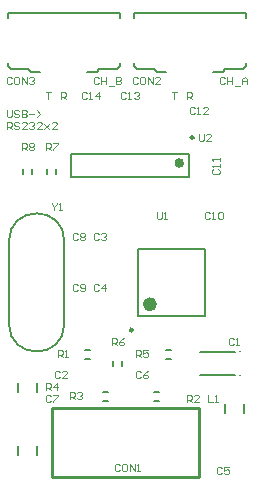
<source format=gto>
%FSLAX44Y44*%
%MOMM*%
G71*
G01*
G75*
%ADD10C,0.2540*%
%ADD11C,0.3810*%
%ADD12C,0.5080*%
%ADD13R,0.9000X1.0000*%
%ADD14R,2.1000X3.0000*%
%ADD15R,0.8000X1.7000*%
%ADD16O,0.8000X1.7000*%
%ADD17R,1.0000X0.9000*%
%ADD18R,1.0000X1.0000*%
%ADD19O,0.6000X1.9000*%
%ADD20R,1.0000X1.0000*%
%ADD21R,1.8000X1.3000*%
%ADD22O,1.5500X0.2500*%
%ADD23O,0.2500X1.5500*%
%ADD24R,2.0000X1.2000*%
%ADD25C,0.7620*%
%ADD26C,1.2700*%
%ADD27C,0.8890*%
%ADD28C,1.6000*%
%ADD29O,1.4000X3.8000*%
%ADD30O,1.5240X2.0320*%
%ADD31C,1.5000*%
%ADD32C,0.7000*%
%ADD33C,1.2000*%
%ADD34C,0.4000*%
%ADD35C,0.2500*%
%ADD36C,0.2000*%
%ADD37C,0.6000*%
%ADD38C,0.1016*%
D10*
X43561Y3048D02*
Y60960D01*
X168021D01*
Y3048D02*
Y60960D01*
X43561Y3048D02*
X168021D01*
D34*
X153220Y268700D02*
G03*
X153220Y268700I-2000J0D01*
G01*
D35*
X163420Y290200D02*
G03*
X163420Y290200I-1250J0D01*
G01*
X111780Y127390D02*
G03*
X111780Y127390I-1250J0D01*
G01*
D36*
X6980Y132640D02*
G03*
X53980Y132640I23500J0D01*
G01*
Y202640D02*
G03*
X6980Y202640I-23500J0D01*
G01*
X202520Y109060D02*
G03*
X202520Y109060I-100J0D01*
G01*
Y89060D02*
G03*
X202520Y89060I-100J0D01*
G01*
X130080Y67120D02*
X134080D01*
X130080Y75120D02*
X134080D01*
X86900Y67120D02*
X90900D01*
X86900Y75120D02*
X90900D01*
X5840Y391640D02*
Y395890D01*
X100840D01*
Y391640D02*
Y395890D01*
Y350640D02*
Y353640D01*
X98153Y347952D02*
X100840Y350640D01*
X83527Y347952D02*
X98153D01*
X81215Y345640D02*
X83527Y347952D01*
X5840Y350640D02*
Y353640D01*
Y350640D02*
X8340Y348140D01*
X23340D01*
X25840Y345640D01*
X73340D02*
X81215D01*
X25840D02*
X33340D01*
X47180Y259620D02*
Y263620D01*
X39180Y259620D02*
Y263620D01*
X59220Y256700D02*
Y276700D01*
X159220Y256700D02*
Y276700D01*
X59220Y256700D02*
X159220D01*
X59220Y276700D02*
X159220D01*
X26860Y259620D02*
Y263620D01*
X18860Y259620D02*
Y263620D01*
X103060Y97060D02*
Y101060D01*
X95060Y97060D02*
Y101060D01*
X30860Y74740D02*
Y82740D01*
X14860Y74740D02*
Y82740D01*
X6980Y132640D02*
Y202640D01*
X53980Y132640D02*
Y202640D01*
X140240Y110680D02*
X144240D01*
X140240Y102680D02*
X144240D01*
X30860Y21400D02*
Y29400D01*
X14860Y21400D02*
Y29400D01*
X112520Y391640D02*
Y395890D01*
X207520D01*
Y391640D02*
Y395890D01*
Y350640D02*
Y353640D01*
X204832Y347952D02*
X207520Y350640D01*
X190208Y347952D02*
X204832D01*
X187895Y345640D02*
X190208Y347952D01*
X112520Y350640D02*
Y353640D01*
Y350640D02*
X115020Y348140D01*
X130020D01*
X132520Y345640D01*
X180020D02*
X187895D01*
X132520D02*
X140020D01*
X173280Y139140D02*
Y196140D01*
X116280Y139140D02*
Y196140D01*
X173280D01*
X116280Y139140D02*
X173280D01*
X168420Y109060D02*
X198420D01*
X168420Y89060D02*
X198420D01*
X71660Y102680D02*
X75660D01*
X71660Y110680D02*
X75660D01*
X206120Y56960D02*
Y64960D01*
X190120Y56960D02*
Y64960D01*
D37*
X129280Y149140D02*
G03*
X129280Y149140I-3000J0D01*
G01*
D38*
X43180Y234948D02*
Y233890D01*
X45296Y231774D01*
X47412Y233890D01*
Y234948D01*
X45296Y231774D02*
Y228600D01*
X49528D02*
X51644D01*
X50586D01*
Y234948D01*
X49528Y233890D01*
X167640Y293368D02*
Y288078D01*
X168698Y287020D01*
X170814D01*
X171872Y288078D01*
Y293368D01*
X178220Y287020D02*
X173988D01*
X178220Y291252D01*
Y292310D01*
X177162Y293368D01*
X175046D01*
X173988Y292310D01*
X132080Y227328D02*
Y222038D01*
X133138Y220980D01*
X135254D01*
X136312Y222038D01*
Y227328D01*
X138428Y220980D02*
X140544D01*
X139486D01*
Y227328D01*
X138428Y226270D01*
X17780Y279400D02*
Y285748D01*
X20954D01*
X22012Y284690D01*
Y282574D01*
X20954Y281516D01*
X17780D01*
X19896D02*
X22012Y279400D01*
X24128Y284690D02*
X25186Y285748D01*
X27302D01*
X28360Y284690D01*
Y283632D01*
X27302Y282574D01*
X28360Y281516D01*
Y280458D01*
X27302Y279400D01*
X25186D01*
X24128Y280458D01*
Y281516D01*
X25186Y282574D01*
X24128Y283632D01*
Y284690D01*
X25186Y282574D02*
X27302D01*
X38100Y279400D02*
Y285748D01*
X41274D01*
X42332Y284690D01*
Y282574D01*
X41274Y281516D01*
X38100D01*
X40216D02*
X42332Y279400D01*
X44448Y285748D02*
X48680D01*
Y284690D01*
X44448Y280458D01*
Y279400D01*
X93980Y114300D02*
Y120648D01*
X97154D01*
X98212Y119590D01*
Y117474D01*
X97154Y116416D01*
X93980D01*
X96096D02*
X98212Y114300D01*
X104560Y120648D02*
X102444Y119590D01*
X100328Y117474D01*
Y115358D01*
X101386Y114300D01*
X103502D01*
X104560Y115358D01*
Y116416D01*
X103502Y117474D01*
X100328D01*
X114300Y104140D02*
Y110488D01*
X117474D01*
X118532Y109430D01*
Y107314D01*
X117474Y106256D01*
X114300D01*
X116416D02*
X118532Y104140D01*
X124880Y110488D02*
X120648D01*
Y107314D01*
X122764Y108372D01*
X123822D01*
X124880Y107314D01*
Y105198D01*
X123822Y104140D01*
X121706D01*
X120648Y105198D01*
X38100Y76200D02*
Y82548D01*
X41274D01*
X42332Y81490D01*
Y79374D01*
X41274Y78316D01*
X38100D01*
X40216D02*
X42332Y76200D01*
X47622D02*
Y82548D01*
X44448Y79374D01*
X48680D01*
X58420Y68580D02*
Y74928D01*
X61594D01*
X62652Y73870D01*
Y71754D01*
X61594Y70696D01*
X58420D01*
X60536D02*
X62652Y68580D01*
X64768Y73870D02*
X65826Y74928D01*
X67942D01*
X69000Y73870D01*
Y72812D01*
X67942Y71754D01*
X66884D01*
X67942D01*
X69000Y70696D01*
Y69638D01*
X67942Y68580D01*
X65826D01*
X64768Y69638D01*
X157480Y66040D02*
Y72388D01*
X160654D01*
X161712Y71330D01*
Y69214D01*
X160654Y68156D01*
X157480D01*
X159596D02*
X161712Y66040D01*
X168060D02*
X163828D01*
X168060Y70272D01*
Y71330D01*
X167002Y72388D01*
X164886D01*
X163828Y71330D01*
X48260Y104140D02*
Y110488D01*
X51434D01*
X52492Y109430D01*
Y107314D01*
X51434Y106256D01*
X48260D01*
X50376D02*
X52492Y104140D01*
X54608D02*
X56724D01*
X55666D01*
Y110488D01*
X54608Y109430D01*
X175260Y72388D02*
Y66040D01*
X179492D01*
X181608D02*
X183724D01*
X182666D01*
Y72388D01*
X181608Y71330D01*
X9312Y340570D02*
X8254Y341628D01*
X6138D01*
X5080Y340570D01*
Y336338D01*
X6138Y335280D01*
X8254D01*
X9312Y336338D01*
X14602Y341628D02*
X12486D01*
X11428Y340570D01*
Y336338D01*
X12486Y335280D01*
X14602D01*
X15660Y336338D01*
Y340570D01*
X14602Y341628D01*
X17776Y335280D02*
Y341628D01*
X22008Y335280D01*
Y341628D01*
X24124Y340570D02*
X25182Y341628D01*
X27298D01*
X28356Y340570D01*
Y339512D01*
X27298Y338454D01*
X26240D01*
X27298D01*
X28356Y337396D01*
Y336338D01*
X27298Y335280D01*
X25182D01*
X24124Y336338D01*
X115992Y340570D02*
X114934Y341628D01*
X112818D01*
X111760Y340570D01*
Y336338D01*
X112818Y335280D01*
X114934D01*
X115992Y336338D01*
X121282Y341628D02*
X119166D01*
X118108Y340570D01*
Y336338D01*
X119166Y335280D01*
X121282D01*
X122340Y336338D01*
Y340570D01*
X121282Y341628D01*
X124456Y335280D02*
Y341628D01*
X128688Y335280D01*
Y341628D01*
X135036Y335280D02*
X130804D01*
X135036Y339512D01*
Y340570D01*
X133978Y341628D01*
X131862D01*
X130804Y340570D01*
X100752Y12910D02*
X99694Y13968D01*
X97578D01*
X96520Y12910D01*
Y8678D01*
X97578Y7620D01*
X99694D01*
X100752Y8678D01*
X106042Y13968D02*
X103926D01*
X102868Y12910D01*
Y8678D01*
X103926Y7620D01*
X106042D01*
X107100Y8678D01*
Y12910D01*
X106042Y13968D01*
X109216Y7620D02*
Y13968D01*
X113448Y7620D01*
Y13968D01*
X115564Y7620D02*
X117680D01*
X116622D01*
Y13968D01*
X115564Y12910D01*
X72812Y327870D02*
X71754Y328928D01*
X69638D01*
X68580Y327870D01*
Y323638D01*
X69638Y322580D01*
X71754D01*
X72812Y323638D01*
X74928Y322580D02*
X77044D01*
X75986D01*
Y328928D01*
X74928Y327870D01*
X83392Y322580D02*
Y328928D01*
X80218Y325754D01*
X84450D01*
X105832Y327870D02*
X104774Y328928D01*
X102658D01*
X101600Y327870D01*
Y323638D01*
X102658Y322580D01*
X104774D01*
X105832Y323638D01*
X107948Y322580D02*
X110064D01*
X109006D01*
Y328928D01*
X107948Y327870D01*
X113238D02*
X114296Y328928D01*
X116412D01*
X117470Y327870D01*
Y326812D01*
X116412Y325754D01*
X115354D01*
X116412D01*
X117470Y324696D01*
Y323638D01*
X116412Y322580D01*
X114296D01*
X113238Y323638D01*
X164252Y315170D02*
X163194Y316228D01*
X161078D01*
X160020Y315170D01*
Y310938D01*
X161078Y309880D01*
X163194D01*
X164252Y310938D01*
X166368Y309880D02*
X168484D01*
X167426D01*
Y316228D01*
X166368Y315170D01*
X175890Y309880D02*
X171658D01*
X175890Y314112D01*
Y315170D01*
X174832Y316228D01*
X172716D01*
X171658Y315170D01*
X180130Y263312D02*
X179072Y262254D01*
Y260138D01*
X180130Y259080D01*
X184362D01*
X185420Y260138D01*
Y262254D01*
X184362Y263312D01*
X185420Y265428D02*
Y267544D01*
Y266486D01*
X179072D01*
X180130Y265428D01*
X185420Y270718D02*
Y272834D01*
Y271776D01*
X179072D01*
X180130Y270718D01*
X176952Y226270D02*
X175894Y227328D01*
X173778D01*
X172720Y226270D01*
Y222038D01*
X173778Y220980D01*
X175894D01*
X176952Y222038D01*
X179068Y220980D02*
X181184D01*
X180126D01*
Y227328D01*
X179068Y226270D01*
X184358D02*
X185416Y227328D01*
X187532D01*
X188590Y226270D01*
Y222038D01*
X187532Y220980D01*
X185416D01*
X184358Y222038D01*
Y226270D01*
X65192Y165310D02*
X64134Y166368D01*
X62018D01*
X60960Y165310D01*
Y161078D01*
X62018Y160020D01*
X64134D01*
X65192Y161078D01*
X67308D02*
X68366Y160020D01*
X70482D01*
X71540Y161078D01*
Y165310D01*
X70482Y166368D01*
X68366D01*
X67308Y165310D01*
Y164252D01*
X68366Y163194D01*
X71540D01*
X65192Y208490D02*
X64134Y209548D01*
X62018D01*
X60960Y208490D01*
Y204258D01*
X62018Y203200D01*
X64134D01*
X65192Y204258D01*
X67308Y208490D02*
X68366Y209548D01*
X70482D01*
X71540Y208490D01*
Y207432D01*
X70482Y206374D01*
X71540Y205316D01*
Y204258D01*
X70482Y203200D01*
X68366D01*
X67308Y204258D01*
Y205316D01*
X68366Y206374D01*
X67308Y207432D01*
Y208490D01*
X68366Y206374D02*
X70482D01*
X42332Y71330D02*
X41274Y72388D01*
X39158D01*
X38100Y71330D01*
Y67098D01*
X39158Y66040D01*
X41274D01*
X42332Y67098D01*
X44448Y72388D02*
X48680D01*
Y71330D01*
X44448Y67098D01*
Y66040D01*
X118532Y91650D02*
X117474Y92708D01*
X115358D01*
X114300Y91650D01*
Y87418D01*
X115358Y86360D01*
X117474D01*
X118532Y87418D01*
X124880Y92708D02*
X122764Y91650D01*
X120648Y89534D01*
Y87418D01*
X121706Y86360D01*
X123822D01*
X124880Y87418D01*
Y88476D01*
X123822Y89534D01*
X120648D01*
X187112Y10370D02*
X186054Y11428D01*
X183938D01*
X182880Y10370D01*
Y6138D01*
X183938Y5080D01*
X186054D01*
X187112Y6138D01*
X193460Y11428D02*
X189228D01*
Y8254D01*
X191344Y9312D01*
X192402D01*
X193460Y8254D01*
Y6138D01*
X192402Y5080D01*
X190286D01*
X189228Y6138D01*
X82972Y165310D02*
X81914Y166368D01*
X79798D01*
X78740Y165310D01*
Y161078D01*
X79798Y160020D01*
X81914D01*
X82972Y161078D01*
X88262Y160020D02*
Y166368D01*
X85088Y163194D01*
X89320D01*
X82972Y208490D02*
X81914Y209548D01*
X79798D01*
X78740Y208490D01*
Y204258D01*
X79798Y203200D01*
X81914D01*
X82972Y204258D01*
X85088Y208490D02*
X86146Y209548D01*
X88262D01*
X89320Y208490D01*
Y207432D01*
X88262Y206374D01*
X87204D01*
X88262D01*
X89320Y205316D01*
Y204258D01*
X88262Y203200D01*
X86146D01*
X85088Y204258D01*
X49952Y91650D02*
X48894Y92708D01*
X46778D01*
X45720Y91650D01*
Y87418D01*
X46778Y86360D01*
X48894D01*
X49952Y87418D01*
X56300Y86360D02*
X52068D01*
X56300Y90592D01*
Y91650D01*
X55242Y92708D01*
X53126D01*
X52068Y91650D01*
X197272Y119590D02*
X196214Y120648D01*
X194098D01*
X193040Y119590D01*
Y115358D01*
X194098Y114300D01*
X196214D01*
X197272Y115358D01*
X199388Y114300D02*
X201504D01*
X200446D01*
Y120648D01*
X199388Y119590D01*
X189652Y340570D02*
X188594Y341628D01*
X186478D01*
X185420Y340570D01*
Y336338D01*
X186478Y335280D01*
X188594D01*
X189652Y336338D01*
X191768Y341628D02*
Y335280D01*
Y338454D01*
X196000D01*
Y341628D01*
Y335280D01*
X198116Y334222D02*
X202348D01*
X204464Y335280D02*
Y339512D01*
X206580Y341628D01*
X208696Y339512D01*
Y335280D01*
Y338454D01*
X204464D01*
X82972Y340570D02*
X81914Y341628D01*
X79798D01*
X78740Y340570D01*
Y336338D01*
X79798Y335280D01*
X81914D01*
X82972Y336338D01*
X85088Y341628D02*
Y335280D01*
Y338454D01*
X89320D01*
Y341628D01*
Y335280D01*
X91436Y334222D02*
X95668D01*
X97784Y341628D02*
Y335280D01*
X100958D01*
X102016Y336338D01*
Y337396D01*
X100958Y338454D01*
X97784D01*
X100958D01*
X102016Y339512D01*
Y340570D01*
X100958Y341628D01*
X97784D01*
X5080Y297180D02*
Y303528D01*
X8254D01*
X9312Y302470D01*
Y300354D01*
X8254Y299296D01*
X5080D01*
X7196D02*
X9312Y297180D01*
X15660Y302470D02*
X14602Y303528D01*
X12486D01*
X11428Y302470D01*
Y301412D01*
X12486Y300354D01*
X14602D01*
X15660Y299296D01*
Y298238D01*
X14602Y297180D01*
X12486D01*
X11428Y298238D01*
X22008Y297180D02*
X17776D01*
X22008Y301412D01*
Y302470D01*
X20950Y303528D01*
X18834D01*
X17776Y302470D01*
X24124D02*
X25182Y303528D01*
X27298D01*
X28356Y302470D01*
Y301412D01*
X27298Y300354D01*
X26240D01*
X27298D01*
X28356Y299296D01*
Y298238D01*
X27298Y297180D01*
X25182D01*
X24124Y298238D01*
X34704Y297180D02*
X30472D01*
X34704Y301412D01*
Y302470D01*
X33646Y303528D01*
X31530D01*
X30472Y302470D01*
X36820Y301412D02*
X41052Y297180D01*
X38936Y299296D01*
X41052Y301412D01*
X36820Y297180D01*
X47400D02*
X43168D01*
X47400Y301412D01*
Y302470D01*
X46342Y303528D01*
X44226D01*
X43168Y302470D01*
X5080Y313688D02*
Y308398D01*
X6138Y307340D01*
X8254D01*
X9312Y308398D01*
Y313688D01*
X15660Y312630D02*
X14602Y313688D01*
X12486D01*
X11428Y312630D01*
Y311572D01*
X12486Y310514D01*
X14602D01*
X15660Y309456D01*
Y308398D01*
X14602Y307340D01*
X12486D01*
X11428Y308398D01*
X17776Y313688D02*
Y307340D01*
X20950D01*
X22008Y308398D01*
Y309456D01*
X20950Y310514D01*
X17776D01*
X20950D01*
X22008Y311572D01*
Y312630D01*
X20950Y313688D01*
X17776D01*
X24124Y310514D02*
X28356D01*
X30472Y307340D02*
X33646Y310514D01*
X30472Y313688D01*
X144780Y328928D02*
X149012D01*
X146896D01*
Y322580D01*
X157480D02*
Y328928D01*
X160654D01*
X161712Y327870D01*
Y325754D01*
X160654Y324696D01*
X157480D01*
X159596D02*
X161712Y322580D01*
X50800D02*
Y328928D01*
X53974D01*
X55032Y327870D01*
Y325754D01*
X53974Y324696D01*
X50800D01*
X52916D02*
X55032Y322580D01*
X38100Y328928D02*
X42332D01*
X40216D01*
Y322580D01*
M02*

</source>
